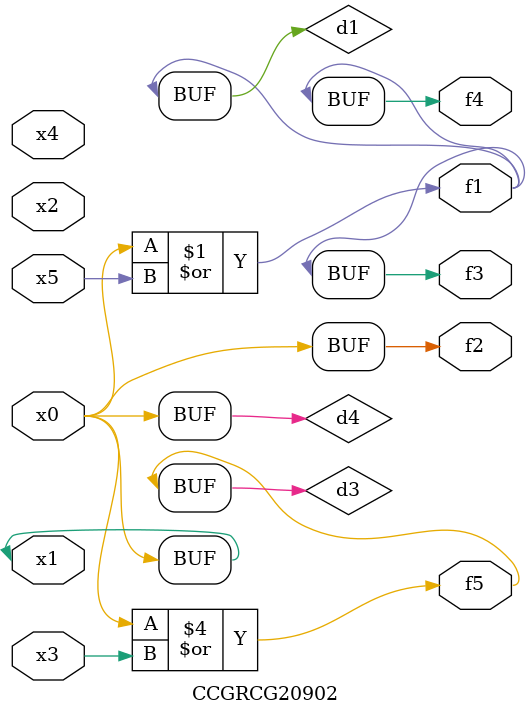
<source format=v>
module CCGRCG20902(
	input x0, x1, x2, x3, x4, x5,
	output f1, f2, f3, f4, f5
);

	wire d1, d2, d3, d4;

	or (d1, x0, x5);
	xnor (d2, x1, x4);
	or (d3, x0, x3);
	buf (d4, x0, x1);
	assign f1 = d1;
	assign f2 = d4;
	assign f3 = d1;
	assign f4 = d1;
	assign f5 = d3;
endmodule

</source>
